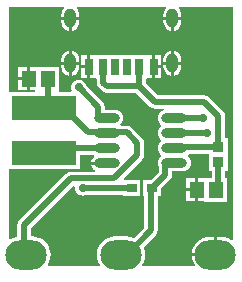
<source format=gtl>
G04*
G04 #@! TF.GenerationSoftware,Altium Limited,Altium Designer,19.1.8 (144)*
G04*
G04 Layer_Physical_Order=1*
G04 Layer_Color=255*
%FSLAX25Y25*%
%MOIN*%
G70*
G01*
G75*
%ADD23R,0.03543X0.03150*%
%ADD24R,0.02756X0.05512*%
%ADD25R,0.03150X0.05512*%
%ADD26O,0.03937X0.06299*%
%ADD27R,0.03740X0.03347*%
%ADD28R,0.21654X0.08465*%
%ADD29R,0.05118X0.05512*%
%ADD30O,0.08661X0.03150*%
%ADD31C,0.01968*%
G04:AMPARAMS|DCode=32|XSize=98.43mil|YSize=137.8mil|CornerRadius=49.21mil|HoleSize=0mil|Usage=FLASHONLY|Rotation=90.000|XOffset=0mil|YOffset=0mil|HoleType=Round|Shape=RoundedRectangle|*
%AMROUNDEDRECTD32*
21,1,0.09843,0.03937,0,0,90.0*
21,1,0.00000,0.13780,0,0,90.0*
1,1,0.09843,0.01968,0.00000*
1,1,0.09843,0.01968,0.00000*
1,1,0.09843,-0.01968,0.00000*
1,1,0.09843,-0.01968,0.00000*
%
%ADD32ROUNDEDRECTD32*%
%ADD33C,0.02756*%
G36*
X78706Y12916D02*
X78254Y12702D01*
X78109Y12821D01*
X77080Y13371D01*
X75964Y13710D01*
X74803Y13824D01*
X73335D01*
Y7874D01*
X72835D01*
Y7374D01*
X64965D01*
X65031Y6713D01*
X65369Y5597D01*
X65919Y4568D01*
X66038Y4423D01*
X65825Y3971D01*
X48608D01*
X48394Y4423D01*
X48422Y4457D01*
X48990Y5520D01*
X49340Y6674D01*
X49458Y7874D01*
X49340Y9074D01*
X48990Y10228D01*
X48928Y10345D01*
X52953Y14370D01*
X52953Y14370D01*
X53435Y15092D01*
X53605Y15945D01*
X53605Y15945D01*
Y27358D01*
X54546D01*
Y29758D01*
X57742Y32954D01*
X57742Y32954D01*
X58225Y33677D01*
X58395Y34529D01*
X58395Y34529D01*
Y35583D01*
X61905D01*
X62630Y35678D01*
X63305Y35958D01*
X63884Y36403D01*
X64329Y36982D01*
X64609Y37657D01*
X64704Y38382D01*
X64609Y39106D01*
X64329Y39781D01*
X63884Y40361D01*
X63687Y40512D01*
X63670Y41030D01*
X64040Y41381D01*
X70749D01*
Y35906D01*
X71592D01*
Y33450D01*
X69124D01*
Y33250D01*
X67084D01*
Y29495D01*
Y25739D01*
X69124D01*
Y25539D01*
X76643D01*
Y33450D01*
X76046D01*
Y35906D01*
X76889D01*
Y41024D01*
Y46771D01*
X76046D01*
Y54134D01*
X76046Y54134D01*
X75876Y54986D01*
X75394Y55709D01*
X75394Y55709D01*
X70737Y60365D01*
X70015Y60848D01*
X69162Y61017D01*
X69162Y61017D01*
X53679D01*
X49668Y65028D01*
Y66556D01*
X50019D01*
Y66756D01*
X51784D01*
Y70512D01*
Y74268D01*
X50019D01*
Y74468D01*
X32895D01*
Y74268D01*
X31130D01*
Y70512D01*
Y66756D01*
X32895D01*
Y66556D01*
X33246D01*
Y65168D01*
X33246Y65168D01*
X33415Y64316D01*
X33898Y63594D01*
X34961Y62531D01*
X34961Y62531D01*
X35683Y62048D01*
X36535Y61879D01*
X36536Y61879D01*
X46519D01*
X51182Y57216D01*
X51182Y57216D01*
X51904Y56733D01*
X52756Y56563D01*
X52757Y56563D01*
X55574D01*
X55669Y56085D01*
X54994Y55805D01*
X54414Y55361D01*
X53970Y54781D01*
X53690Y54106D01*
X53595Y53382D01*
X53690Y52657D01*
X53970Y51982D01*
X54414Y51403D01*
X54683Y51197D01*
Y50567D01*
X54414Y50361D01*
X53970Y49781D01*
X53690Y49106D01*
X53595Y48382D01*
X53690Y47657D01*
X53970Y46982D01*
X54414Y46403D01*
X54683Y46197D01*
Y45567D01*
X54414Y45361D01*
X53970Y44781D01*
X53690Y44106D01*
X53595Y43382D01*
X53690Y42657D01*
X53970Y41982D01*
X54414Y41403D01*
X54683Y41197D01*
Y40567D01*
X54414Y40361D01*
X53970Y39781D01*
X53690Y39106D01*
X53595Y38382D01*
X53690Y37657D01*
X53940Y37053D01*
Y35451D01*
X51397Y32908D01*
X48603D01*
Y27358D01*
X49151D01*
Y16867D01*
X45778Y13494D01*
X45661Y13557D01*
X44507Y13907D01*
X43307Y14025D01*
X39370D01*
X38170Y13907D01*
X37017Y13557D01*
X35953Y12988D01*
X35021Y12223D01*
X34256Y11291D01*
X33688Y10228D01*
X33338Y9074D01*
X33220Y7874D01*
X33338Y6674D01*
X33688Y5520D01*
X34256Y4457D01*
X34284Y4423D01*
X34070Y3971D01*
X17111D01*
X16897Y4423D01*
X16925Y4457D01*
X17494Y5520D01*
X17844Y6674D01*
X17962Y7874D01*
X17844Y9074D01*
X17494Y10228D01*
X16925Y11291D01*
X16160Y12223D01*
X15228Y12988D01*
X14165Y13557D01*
X13011Y13907D01*
X11811Y14025D01*
X11282D01*
Y16760D01*
X25268Y30746D01*
X25559Y30721D01*
X25958Y30217D01*
X25947Y30133D01*
X26035Y29460D01*
X26295Y28833D01*
X26708Y28295D01*
X27247Y27881D01*
X27874Y27621D01*
X28547Y27533D01*
X29220Y27621D01*
X29847Y27881D01*
X29879Y27906D01*
X41910D01*
Y27358D01*
X47853D01*
Y32908D01*
X42440D01*
X42233Y33408D01*
X48397Y39572D01*
X48397Y39572D01*
X48880Y40294D01*
X49049Y41146D01*
X49049Y41147D01*
Y45207D01*
X49049Y45208D01*
X48880Y46060D01*
X48397Y46782D01*
X48397Y46782D01*
X44997Y50182D01*
X44274Y50665D01*
X43422Y50835D01*
X43422Y50835D01*
X41367D01*
X41197Y51335D01*
X41286Y51403D01*
X41731Y51982D01*
X42010Y52657D01*
X42106Y53382D01*
X42010Y54106D01*
X41731Y54781D01*
X41286Y55361D01*
X40706Y55805D01*
X40031Y56085D01*
X39307Y56180D01*
X36022D01*
Y57114D01*
X36022Y57114D01*
X35853Y57967D01*
X35370Y58689D01*
X35370Y58689D01*
X29833Y64226D01*
X29828Y64266D01*
X29568Y64894D01*
X29155Y65432D01*
X28616Y65845D01*
X27989Y66105D01*
X27316Y66194D01*
X26643Y66105D01*
X26016Y65845D01*
X25477Y65432D01*
X25064Y64894D01*
X24804Y64266D01*
X24716Y63594D01*
X24804Y62920D01*
X24927Y62625D01*
X24593Y62125D01*
X20798D01*
X20688Y62580D01*
X20688D01*
Y70491D01*
X13170D01*
Y70291D01*
X11130D01*
Y66535D01*
Y62779D01*
X12744D01*
X12853Y62625D01*
X12594Y62125D01*
X3971D01*
Y90517D01*
X22299D01*
X22469Y90017D01*
X22332Y89912D01*
X21856Y89292D01*
X21557Y88570D01*
X21455Y87795D01*
Y87114D01*
X24449D01*
X27443D01*
Y87795D01*
X27341Y88570D01*
X27042Y89292D01*
X26566Y89912D01*
X26430Y90017D01*
X26599Y90517D01*
X56315D01*
X56484Y90017D01*
X56348Y89912D01*
X55872Y89292D01*
X55573Y88570D01*
X55471Y87795D01*
Y87114D01*
X58465D01*
X61459D01*
Y87795D01*
X61357Y88570D01*
X61058Y89292D01*
X60582Y89912D01*
X60445Y90017D01*
X60615Y90517D01*
X78706D01*
Y12916D01*
D02*
G37*
G36*
X32268Y41056D02*
X32277Y41040D01*
X32315Y40612D01*
X32280Y40465D01*
X31959Y40218D01*
X31546Y39680D01*
X31286Y39054D01*
X31264Y38882D01*
X36551D01*
Y37882D01*
X31264D01*
X31286Y37710D01*
X31546Y37083D01*
X31959Y36545D01*
X32497Y36133D01*
X32763Y36022D01*
X32663Y35522D01*
X24668D01*
X23816Y35353D01*
X23093Y34870D01*
X23093Y34870D01*
X7480Y19257D01*
X6998Y18535D01*
X6828Y17682D01*
X6828Y17682D01*
Y13922D01*
X6674Y13907D01*
X5520Y13557D01*
X4457Y12988D01*
X4423Y12960D01*
X3971Y13174D01*
Y36300D01*
X27775D01*
Y41155D01*
X32139D01*
X32268Y41056D01*
D02*
G37*
%LPC*%
G36*
X27443Y86114D02*
X24949D01*
Y82505D01*
X25224Y82541D01*
X25946Y82840D01*
X26566Y83316D01*
X27042Y83936D01*
X27341Y84658D01*
X27443Y85433D01*
Y86114D01*
D02*
G37*
G36*
X57965D02*
X55471D01*
Y85433D01*
X55573Y84658D01*
X55872Y83936D01*
X56348Y83316D01*
X56968Y82840D01*
X57690Y82541D01*
X57965Y82505D01*
Y86114D01*
D02*
G37*
G36*
X61459D02*
X58965D01*
Y82505D01*
X59240Y82541D01*
X59962Y82840D01*
X60582Y83316D01*
X61058Y83936D01*
X61357Y84658D01*
X61459Y85433D01*
Y86114D01*
D02*
G37*
G36*
X23949D02*
X21455D01*
Y85433D01*
X21557Y84658D01*
X21856Y83936D01*
X22332Y83316D01*
X22952Y82840D01*
X23674Y82541D01*
X23949Y82505D01*
Y86114D01*
D02*
G37*
G36*
X24949Y75763D02*
Y72154D01*
X27443D01*
Y72835D01*
X27341Y73610D01*
X27042Y74332D01*
X26566Y74952D01*
X25946Y75428D01*
X25224Y75727D01*
X24949Y75763D01*
D02*
G37*
G36*
X58965Y75763D02*
Y72154D01*
X61459D01*
Y72835D01*
X61357Y73610D01*
X61058Y74332D01*
X60582Y74952D01*
X59962Y75428D01*
X59240Y75727D01*
X58965Y75763D01*
D02*
G37*
G36*
X57965Y75763D02*
X57690Y75727D01*
X56968Y75428D01*
X56348Y74952D01*
X55872Y74332D01*
X55573Y73610D01*
X55471Y72835D01*
Y72154D01*
X57965D01*
Y75763D01*
D02*
G37*
G36*
X23949Y75763D02*
X23674Y75727D01*
X22952Y75428D01*
X22332Y74952D01*
X21856Y74332D01*
X21557Y73610D01*
X21455Y72835D01*
Y72154D01*
X23949D01*
Y75763D01*
D02*
G37*
G36*
X54859Y74268D02*
X52784D01*
Y71012D01*
X54859D01*
Y74268D01*
D02*
G37*
G36*
X30130D02*
X28056D01*
Y71012D01*
X30130D01*
Y74268D01*
D02*
G37*
G36*
X27443Y71153D02*
X24949D01*
Y67544D01*
X25224Y67580D01*
X25946Y67879D01*
X26566Y68355D01*
X27042Y68975D01*
X27341Y69697D01*
X27443Y70472D01*
Y71153D01*
D02*
G37*
G36*
X57965D02*
X55471D01*
Y70472D01*
X55573Y69697D01*
X55872Y68975D01*
X56348Y68355D01*
X56968Y67879D01*
X57690Y67580D01*
X57965Y67544D01*
Y71153D01*
D02*
G37*
G36*
X61459D02*
X58965D01*
Y67544D01*
X59240Y67580D01*
X59962Y67879D01*
X60582Y68355D01*
X61058Y68975D01*
X61357Y69697D01*
X61459Y70472D01*
Y71153D01*
D02*
G37*
G36*
X23949D02*
X21455D01*
Y70472D01*
X21557Y69697D01*
X21856Y68975D01*
X22332Y68355D01*
X22952Y67879D01*
X23674Y67580D01*
X23949Y67544D01*
Y71153D01*
D02*
G37*
G36*
X10130Y70291D02*
X7071D01*
Y67035D01*
X10130D01*
Y70291D01*
D02*
G37*
G36*
X54859Y70012D02*
X52784D01*
Y66756D01*
X54859D01*
Y70012D01*
D02*
G37*
G36*
X30130D02*
X28056D01*
Y66756D01*
X30130D01*
Y70012D01*
D02*
G37*
G36*
X10130Y66035D02*
X7071D01*
Y62779D01*
X10130D01*
Y66035D01*
D02*
G37*
G36*
X66084Y33250D02*
X63025D01*
Y29994D01*
X66084D01*
Y33250D01*
D02*
G37*
G36*
Y28995D02*
X63025D01*
Y25739D01*
X66084D01*
Y28995D01*
D02*
G37*
G36*
X72335Y13824D02*
X70866D01*
X69705Y13710D01*
X68589Y13371D01*
X67561Y12821D01*
X66659Y12081D01*
X65919Y11180D01*
X65369Y10151D01*
X65031Y9035D01*
X64965Y8374D01*
X72335D01*
Y13824D01*
D02*
G37*
%LPD*%
D23*
X51575Y30133D02*
D03*
X44882D02*
D03*
D24*
X35473Y70512D02*
D03*
X39489D02*
D03*
X43426D02*
D03*
X47441D02*
D03*
D25*
X30630D02*
D03*
X52284D02*
D03*
D26*
X58465Y86614D02*
D03*
D03*
X24449D02*
D03*
Y71653D02*
D03*
X58465D02*
D03*
D27*
X73819Y38780D02*
D03*
Y43898D02*
D03*
D28*
X15748Y56693D02*
D03*
Y41732D02*
D03*
D29*
X66584Y29495D02*
D03*
X72883D02*
D03*
X10630Y66535D02*
D03*
X16929D02*
D03*
D30*
X59149Y38382D02*
D03*
Y43382D02*
D03*
Y48382D02*
D03*
Y53382D02*
D03*
X36551Y38382D02*
D03*
Y43382D02*
D03*
Y48382D02*
D03*
Y53382D02*
D03*
D31*
X30428Y48608D02*
X43422D01*
X7874Y7874D02*
X9055Y9055D01*
Y17682D02*
X24668Y33295D01*
X9055Y9055D02*
Y17682D01*
X43422Y48608D02*
X46822Y45208D01*
X33795Y53382D02*
Y57114D01*
X51378Y30133D02*
X51772D01*
X56713Y38382D02*
X59149D01*
X56168Y37836D02*
X56713Y38382D01*
X56168Y34529D02*
Y37836D01*
X51772Y30133D02*
X56168Y34529D01*
X68675Y53372D02*
X68685Y53363D01*
X59159Y53372D02*
X68675D01*
X59149Y53382D02*
X59159Y53372D01*
X59149Y48382D02*
X59165Y48397D01*
X59149Y43382D02*
X59360Y43592D01*
X69874Y48390D02*
X69882Y48397D01*
X59157Y48390D02*
X69874D01*
X59149Y48382D02*
X59157Y48390D01*
X22343Y56693D02*
X30428Y48608D01*
X15748Y56693D02*
X22343D01*
X59149Y43382D02*
X59375Y43608D01*
X73529D01*
X73819Y43898D01*
X17397Y43382D02*
X36551D01*
X15748Y41732D02*
X17397Y43382D01*
X46822Y41146D02*
Y45208D01*
X38971Y33295D02*
X46822Y41146D01*
X24668Y33295D02*
X38971D01*
X30130Y38366D02*
X30138Y38374D01*
X36543D02*
X36551Y38382D01*
X27316Y63594D02*
X33795Y57114D01*
Y53382D02*
X36551D01*
X16929Y57874D02*
Y66535D01*
X15748Y56693D02*
X16929Y57874D01*
X73819Y30430D02*
Y38780D01*
X72883Y29495D02*
X73819Y30430D01*
X35473Y65168D02*
Y70512D01*
Y65168D02*
X36535Y64106D01*
X47441D01*
X52756Y58790D02*
X69162D01*
X73819Y43898D02*
Y54134D01*
X69162Y58790D02*
X73819Y54134D01*
X47441Y64106D02*
X52756Y58790D01*
X51378Y15945D02*
Y30133D01*
X43307Y7874D02*
X51378Y15945D01*
X41339Y7874D02*
X43307D01*
X28547Y30133D02*
X44882D01*
X47441Y64106D02*
Y70512D01*
D32*
X9843Y7874D02*
D03*
X72835D02*
D03*
X41339D02*
D03*
D33*
X27316Y63594D02*
D03*
X30130Y38366D02*
D03*
X69882Y48397D02*
D03*
X68685Y53363D02*
D03*
X41339Y23209D02*
D03*
X60709Y22047D02*
D03*
X64688Y16929D02*
D03*
X12196Y32180D02*
D03*
X22469Y24558D02*
D03*
X17717Y20209D02*
D03*
X7874Y25539D02*
D03*
X72394Y22047D02*
D03*
X71720Y74268D02*
D03*
X71858Y80709D02*
D03*
X63025D02*
D03*
X19791D02*
D03*
X9055D02*
D03*
X54859Y7374D02*
D03*
X61417D02*
D03*
X57939Y12702D02*
D03*
X20052Y7374D02*
D03*
X27575D02*
D03*
X23674Y12702D02*
D03*
X28547Y30133D02*
D03*
M02*

</source>
